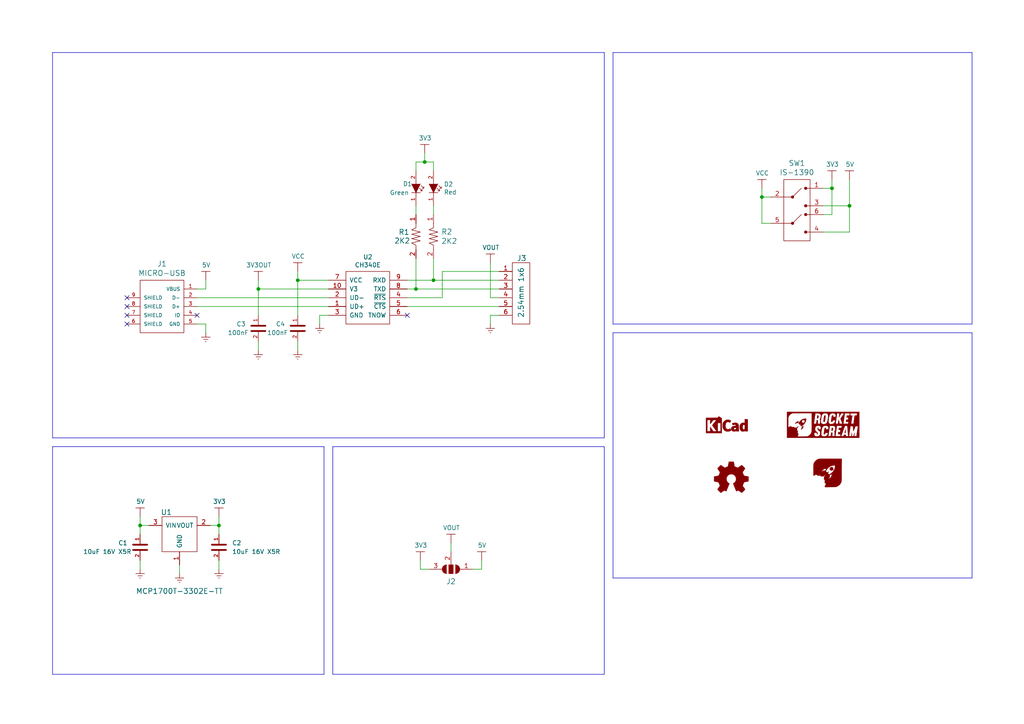
<source format=kicad_sch>
(kicad_sch (version 20230121) (generator eeschema)
  (paper "A4")
  (title_block (title "CH340E-MB") (date "2019-03-09") (rev "1.00") (company "Rocket Scream Electronics"))
  (lib_symbols
    (symbol "CH340E-MB-rescue:3V3-RocketScreamKiCadLib" (power) (pin_names (offset 0))
      (property "Value" "3V3-RocketScreamKiCadLib" (at 0 3.556 0))
      (symbol "3V3-RocketScreamKiCadLib_1_1"
        (pin power_in line (at 0 0 90) (length 0) hide (name "3V3") (number "1"))
      )
    )
    (symbol "CH340E-MB-rescue:3V3OUT-RocketScreamKiCadLib" (power) (pin_names (offset 0))
      (property "Value" "3V3OUT-RocketScreamKiCadLib" (at 0 3.556 0))
      (symbol "3V3OUT-RocketScreamKiCadLib_1_1"
        (pin power_in line (at 0 0 90) (length 0) hide (name "3V3OUT") (number "1"))
      )
    )
    (symbol "CH340E-MB-rescue:5V-RocketScreamKiCadLib" (power) (pin_names (offset 0))
      (property "Value" "5V-RocketScreamKiCadLib" (at 0 3.556 0))
      (symbol "5V-RocketScreamKiCadLib_1_1"
        (pin power_in line (at 0 0 90) (length 0) hide (name "5V") (number "1"))
      )
    )
    (symbol "CH340E-MB-rescue:CAPACITOR-CERAMIC-RocketScreamKiCadLib" (pin_names (offset 0.254))
      (property "Reference" "C" (at 0.635 2.54 0))
      (property "Value" "RocketScreamKiCadLib_CAPACITOR-CERAMIC" (at 0.635 -2.54 0))
      (symbol "CAPACITOR-CERAMIC-RocketScreamKiCadLib_1_1"
        (pin passive line (at 0 3.81 270) (length 2.794) (name "~") (number "1"))
        (pin passive line (at 0 -3.81 90) (length 2.794) (name "~") (number "2"))
      )
    )
    (symbol "CH340E-MB-rescue:CH340E-RocketScreamKiCadLib" (pin_names (offset 1.016))
      (property "Reference" "U" (at -5.08 8.89 0))
      (property "Value" "RocketScreamKiCadLib_CH340E" (at 0 -8.89 0))
      (symbol "CH340E-RocketScreamKiCadLib_1_1"
        (pin bidirectional line (at -11.43 -2.54 0) (length 5.08) (name "UD+") (number "1"))
        (pin power_out line (at -11.43 2.54 0) (length 5.08) (name "V3") (number "10"))
        (pin bidirectional line (at -11.43 0 0) (length 5.08) (name "UD-") (number "2"))
        (pin power_in line (at -11.43 -5.08 0) (length 5.08) (name "GND") (number "3"))
        (pin output line (at 11.43 0 180) (length 5.08) (name "~{RTS}") (number "4"))
        (pin input line (at 11.43 -2.54 180) (length 5.08) (name "~{CTS}") (number "5"))
        (pin output line (at 11.43 -5.08 180) (length 5.08) (name "TNOW") (number "6"))
        (pin power_in line (at -11.43 5.08 0) (length 5.08) (name "VCC") (number "7"))
        (pin output line (at 11.43 2.54 180) (length 5.08) (name "TXD") (number "8"))
        (pin input line (at 11.43 5.08 180) (length 5.08) (name "RXD") (number "9"))
      )
    )
    (symbol "CH340E-MB-rescue:CONN-HDR-1x6-RocketScreamKiCadLib" (pin_names (offset 1.016))
      (property "Reference" "J" (at 0 10.16 0))
      (property "Value" "RocketScreamKiCadLib_CONN-HDR-1x6" (at 0 -11.43 0))
      (symbol "CONN-HDR-1x6-RocketScreamKiCadLib_0_1"
        (pin input line (at 6.35 3.81 180) (length 3.81) (name "~") (number "2"))
      )
      (symbol "CONN-HDR-1x6-RocketScreamKiCadLib_1_1"
        (pin input line (at 6.35 6.35 180) (length 3.81) (name "~") (number "1"))
        (pin input line (at 6.35 1.27 180) (length 3.81) (name "~") (number "3"))
        (pin input line (at 6.35 -1.27 180) (length 3.81) (name "~") (number "4"))
        (pin input line (at 6.35 -3.81 180) (length 3.81) (name "~") (number "5"))
        (pin input line (at 6.35 -6.35 180) (length 3.81) (name "~") (number "6"))
      )
    )
    (symbol "CH340E-MB-rescue:GND-RocketScreamKiCadLib" (power) (pin_names (offset 0))
      (symbol "GND-RocketScreamKiCadLib_1_1"
        (pin power_in line (at 0 0 270) (length 0) hide (name "GND") (number "1"))
      )
    )
    (symbol "CH340E-MB-rescue:IS-1390-RocketScreamKiCadLib" (pin_names (offset 1.016))
      (property "Reference" "SW" (at 0 9.906 0))
      (property "Value" "RocketScreamKiCadLib_IS-1390" (at 0 -10.414 0))
      (symbol "IS-1390-RocketScreamKiCadLib_1_1"
        (pin input line (at 7.62 6.35 180) (length 3.81) (name "~") (number "1"))
        (pin input line (at -7.62 3.81 0) (length 3.81) (name "~") (number "2"))
        (pin input line (at 7.62 1.27 180) (length 3.81) (name "~") (number "3"))
        (pin input line (at 7.62 -6.35 180) (length 3.81) (name "~") (number "4"))
        (pin input line (at -7.62 -3.81 0) (length 3.81) (name "~") (number "5"))
        (pin input line (at 7.62 -1.27 180) (length 3.81) (name "~") (number "6"))
      )
    )
    (symbol "CH340E-MB-rescue:JUMPER-2-WAY-RocketScreamKiCadLib" (pin_names (offset 1.016))
      (property "Reference" "JP" (at 0 2.54 0))
      (property "Value" "RocketScreamKiCadLib_JUMPER-2-WAY" (at 0 -6.35 0))
      (symbol "JUMPER-2-WAY-RocketScreamKiCadLib_1_1"
        (pin passive line (at -6.35 0 0) (length 3.81) (name "~") (number "1"))
        (pin passive line (at 0 -5.08 90) (length 3.81) (name "~") (number "2"))
        (pin passive line (at 6.35 0 180) (length 3.81) (name "~") (number "3"))
      )
    )
    (symbol "CH340E-MB-rescue:LED-SINGLE-RocketScreamKiCadLib" (pin_names (offset 1.016) hide)
      (property "Reference" "D" (at 0 2.54 0))
      (property "Value" "RocketScreamKiCadLib_LED-SINGLE" (at 0 -3.556 0))
      (symbol "LED-SINGLE-RocketScreamKiCadLib_1_1"
        (pin passive line (at -5.08 0 0) (length 3.81) (name "K") (number "1"))
        (pin passive line (at 5.08 0 180) (length 3.81) (name "A") (number "2"))
      )
    )
    (symbol "CH340E-MB-rescue:LOGO-KICAD-RocketScreamKiCadLib" (pin_names (offset 1.016)))
    (symbol "CH340E-MB-rescue:LOGO-OSHW-RocketScreamKiCadLib" (pin_names (offset 1.016))
      (property "Reference" "LOGO" (at 0 6.35 0))
    )
    (symbol "CH340E-MB-rescue:LOGO-ROCKET-SCREAM-HORIZONTAL-RocketScreamKiCadLib" (pin_names (offset 1.016)))
    (symbol "CH340E-MB-rescue:LOGO-ROCKET-SCREAM-WITHOUT-TEXT-RocketScreamKiCadLib" (pin_names (offset 1.016)))
    (symbol "CH340E-MB-rescue:MCP1700T-XXX2E-TT-RocketScreamKiCadLib" (pin_names (offset 1.016))
      (property "Reference" "U" (at 0 3.81 0))
      (property "Value" "RocketScreamKiCadLib_MCP1700T-XXX2E-TT" (at 0 -13.97 0))
      (symbol "MCP1700T-XXX2E-TT-RocketScreamKiCadLib_1_1"
        (pin passive line (at 0 -11.43 90) (length 3.81) (name "GND") (number "1"))
        (pin passive line (at 8.89 0 180) (length 3.81) (name "VOUT") (number "2"))
        (pin passive line (at -8.89 0 0) (length 3.81) (name "VIN") (number "3"))
      )
    )
    (symbol "CH340E-MB-rescue:MICRO-USB-RocketScreamKiCadLib" (pin_names (offset 1.016))
      (property "Reference" "J" (at 0 8.89 0))
      (property "Value" "RocketScreamKiCadLib_MICRO-USB" (at 0 -8.89 0))
      (symbol "MICRO-USB-RocketScreamKiCadLib_1_1"
        (pin input line (at 10.16 5.08 180) (length 3.81) (name "VBUS") (number "1"))
        (pin input line (at 10.16 2.54 180) (length 3.81) (name "D-") (number "2"))
        (pin input line (at 10.16 0 180) (length 3.81) (name "D+") (number "3"))
        (pin input line (at 10.16 -2.54 180) (length 3.81) (name "ID") (number "4"))
        (pin input line (at 10.16 -5.08 180) (length 3.81) (name "GND") (number "5"))
        (pin input line (at -10.16 -5.08 0) (length 3.81) (name "SHIELD") (number "6"))
        (pin input line (at -10.16 -2.54 0) (length 3.81) (name "SHIELD") (number "7"))
        (pin input line (at -10.16 0 0) (length 3.81) (name "SHIELD") (number "8"))
        (pin input line (at -10.16 2.54 0) (length 3.81) (name "SHIELD") (number "9"))
      )
    )
    (symbol "CH340E-MB-rescue:RESISTOR-RocketScreamKiCadLib" (pin_names (offset 1.016))
      (property "Reference" "R" (at 0 2.54 0))
      (property "Value" "RocketScreamKiCadLib_RESISTOR" (at 0 -2.54 0))
      (symbol "RESISTOR-RocketScreamKiCadLib_1_1"
        (pin passive line (at -6.35 0 0) (length 2.54) (name "~") (number "1"))
        (pin passive line (at 6.35 0 180) (length 2.54) (name "~") (number "2"))
      )
    )
    (symbol "CH340E-MB-rescue:VCC-RocketScreamKiCadLib" (power) (pin_names (offset 0))
      (property "Value" "VCC-RocketScreamKiCadLib" (at 0 3.556 0))
      (symbol "VCC-RocketScreamKiCadLib_1_1"
        (pin power_in line (at 0 0 90) (length 0) hide (name "VCC") (number "1"))
      )
    )
    (symbol "CH340E-MB-rescue:VOUT-RocketScreamKiCadLib" (power) (pin_names (offset 0))
      (property "Value" "VOUT-RocketScreamKiCadLib" (at 0 3.81 0))
      (symbol "VOUT-RocketScreamKiCadLib_1_1"
        (pin power_in line (at 0 0 90) (length 0) hide (name "VOUT") (number "1"))
      )
    )
  )
  (junction (at 120.65 83.82))
  (junction (at 40.64 152.4))
  (junction (at 74.93 83.82))
  (junction (at 123.19 46.99))
  (junction (at 220.98 57.15))
  (junction (at 246.38 59.69))
  (junction (at 125.73 81.28))
  (junction (at 63.5 152.4))
  (junction (at 241.3 54.61))
  (junction (at 86.36 81.28))
  (no_connect (at 118.11 91.44))
  (no_connect (at 57.15 91.44))
  (no_connect (at 36.83 93.98))
  (no_connect (at 36.83 91.44))
  (no_connect (at 36.83 86.36))
  (no_connect (at 36.83 88.9))
  (wire (pts (xy 123.19 44.45) (xy 123.19 46.99)))
  (wire (pts (xy 86.36 91.44) (xy 86.36 81.28)))
  (wire (pts (xy 246.38 67.31) (xy 246.38 59.69)))
  (wire (pts (xy 120.65 83.82) (xy 118.11 83.82)))
  (wire (pts (xy 74.93 99.06) (xy 74.93 101.6)))
  (polyline (pts (xy 175.26 129.54) (xy 96.52 129.54)))
  (wire (pts (xy 74.93 83.82) (xy 74.93 91.44)))
  (wire (pts (xy 121.92 165.1) (xy 124.46 165.1)))
  (wire (pts (xy 142.24 86.36) (xy 142.24 76.2)))
  (wire (pts (xy 120.65 59.69) (xy 120.65 62.23)))
  (polyline (pts (xy 15.24 129.54) (xy 93.98 129.54)))
  (wire (pts (xy 86.36 81.28) (xy 95.25 81.28)))
  (wire (pts (xy 118.11 81.28) (xy 125.73 81.28)))
  (polyline (pts (xy 281.94 167.64) (xy 177.8 167.64)))
  (polyline (pts (xy 15.24 15.24) (xy 15.24 127)))
  (wire (pts (xy 74.93 81.28) (xy 74.93 83.82)))
  (polyline (pts (xy 175.26 127) (xy 175.26 15.24)))
  (wire (pts (xy 238.76 59.69) (xy 246.38 59.69)))
  (wire (pts (xy 74.93 83.82) (xy 95.25 83.82)))
  (wire (pts (xy 125.73 81.28) (xy 144.78 81.28)))
  (wire (pts (xy 121.92 162.56) (xy 121.92 165.1)))
  (wire (pts (xy 52.07 163.83) (xy 52.07 166.37)))
  (wire (pts (xy 57.15 86.36) (xy 95.25 86.36)))
  (polyline (pts (xy 96.52 195.58) (xy 175.26 195.58)))
  (wire (pts (xy 120.65 49.53) (xy 120.65 46.99)))
  (polyline (pts (xy 281.94 15.24) (xy 177.8 15.24)))
  (polyline (pts (xy 175.26 15.24) (xy 15.24 15.24)))
  (wire (pts (xy 128.27 78.74) (xy 144.78 78.74)))
  (wire (pts (xy 59.69 83.82) (xy 59.69 81.28)))
  (wire (pts (xy 120.65 46.99) (xy 123.19 46.99)))
  (wire (pts (xy 63.5 162.56) (xy 63.5 165.1)))
  (wire (pts (xy 238.76 67.31) (xy 246.38 67.31)))
  (wire (pts (xy 238.76 62.23) (xy 241.3 62.23)))
  (polyline (pts (xy 93.98 129.54) (xy 93.98 195.58)))
  (wire (pts (xy 63.5 152.4) (xy 63.5 154.94)))
  (wire (pts (xy 118.11 86.36) (xy 128.27 86.36)))
  (wire (pts (xy 220.98 64.77) (xy 223.52 64.77)))
  (wire (pts (xy 144.78 91.44) (xy 142.24 91.44)))
  (wire (pts (xy 95.25 91.44) (xy 92.71 91.44)))
  (wire (pts (xy 238.76 54.61) (xy 241.3 54.61)))
  (wire (pts (xy 241.3 62.23) (xy 241.3 54.61)))
  (polyline (pts (xy 177.8 96.52) (xy 281.94 96.52)))
  (wire (pts (xy 120.65 83.82) (xy 144.78 83.82)))
  (wire (pts (xy 60.96 152.4) (xy 63.5 152.4)))
  (wire (pts (xy 86.36 99.06) (xy 86.36 101.6)))
  (wire (pts (xy 241.3 54.61) (xy 241.3 52.07)))
  (polyline (pts (xy 177.8 167.64) (xy 177.8 96.52)))
  (wire (pts (xy 92.71 91.44) (xy 92.71 93.98)))
  (polyline (pts (xy 281.94 96.52) (xy 281.94 167.64)))
  (polyline (pts (xy 93.98 195.58) (xy 15.24 195.58)))
  (polyline (pts (xy 281.94 93.98) (xy 281.94 15.24)))
  (wire (pts (xy 137.16 165.1) (xy 139.7 165.1)))
  (wire (pts (xy 57.15 93.98) (xy 59.69 93.98)))
  (wire (pts (xy 128.27 86.36) (xy 128.27 78.74)))
  (wire (pts (xy 40.64 152.4) (xy 40.64 154.94)))
  (wire (pts (xy 125.73 59.69) (xy 125.73 62.23)))
  (wire (pts (xy 40.64 162.56) (xy 40.64 165.1)))
  (wire (pts (xy 139.7 165.1) (xy 139.7 162.56)))
  (wire (pts (xy 223.52 57.15) (xy 220.98 57.15)))
  (wire (pts (xy 120.65 74.93) (xy 120.65 83.82)))
  (wire (pts (xy 220.98 57.15) (xy 220.98 64.77)))
  (wire (pts (xy 144.78 86.36) (xy 142.24 86.36)))
  (wire (pts (xy 220.98 54.61) (xy 220.98 57.15)))
  (wire (pts (xy 59.69 93.98) (xy 59.69 96.52)))
  (polyline (pts (xy 96.52 129.54) (xy 96.52 195.58)))
  (wire (pts (xy 118.11 88.9) (xy 144.78 88.9)))
  (wire (pts (xy 142.24 91.44) (xy 142.24 93.98)))
  (polyline (pts (xy 15.24 195.58) (xy 15.24 129.54)))
  (wire (pts (xy 246.38 59.69) (xy 246.38 52.07)))
  (polyline (pts (xy 177.8 15.24) (xy 177.8 93.98)))
  (wire (pts (xy 123.19 46.99) (xy 125.73 46.99)))
  (polyline (pts (xy 177.8 93.98) (xy 281.94 93.98)))
  (polyline (pts (xy 175.26 195.58) (xy 175.26 129.54)))
  (wire (pts (xy 125.73 46.99) (xy 125.73 49.53)))
  (wire (pts (xy 86.36 78.74) (xy 86.36 81.28)))
  (wire (pts (xy 130.81 157.48) (xy 130.81 160.02)))
  (wire (pts (xy 125.73 74.93) (xy 125.73 81.28)))
  (wire (pts (xy 57.15 83.82) (xy 59.69 83.82)))
  (polyline (pts (xy 15.24 127) (xy 175.26 127)))
  (wire (pts (xy 57.15 88.9) (xy 95.25 88.9)))
  (wire (pts (xy 63.5 152.4) (xy 63.5 149.86)))
  (wire (pts (xy 40.64 149.86) (xy 40.64 152.4)))
  (wire (pts (xy 43.18 152.4) (xy 40.64 152.4)))
  (symbol (lib_id "CH340E-MB-rescue:3V3OUT-RocketScreamKiCadLib") (at 74.93 81.28 0) (unit 1)
    (property "Reference" "#PWR08" (effects hide))
    (property "Value" "3V3OUT" (at 75.057 76.8858 0))
  )
  (symbol (lib_id "CH340E-MB-rescue:3V3-RocketScreamKiCadLib") (at 63.5 149.86 0) (unit 1)
    (property "Reference" "#PWR06" (effects hide))
    (property "Value" "3V3" (at 63.627 145.4658 0))
  )
  (symbol (lib_id "CH340E-MB-rescue:5V-RocketScreamKiCadLib") (at 59.69 81.28 0) (unit 1)
    (property "Reference" "#PWR04" (effects hide))
    (property "Value" "5V" (at 59.817 76.8858 0))
  )
  (symbol (lib_id "CH340E-MB-rescue:GND-RocketScreamKiCadLib") (at 59.69 96.52 0) (unit 1)
    (property "Reference" "#PWR05" (effects hide))
    (property "Value" "GND" (effects hide))
  )
  (symbol (lib_id "CH340E-MB-rescue:CH340E-RocketScreamKiCadLib") (at 106.68 86.36 0) (unit 1)
    (property "Reference" "U2" (at 106.68 74.549 0))
    (property "Value" "CH340E" (at 106.68 76.8604 0))
    (property "Footprint" "RocketScreamKiCadLib:MSOP-10" (effects hide))
    (property "Datasheet" "http://www.wch.cn/download/CH340DS1_PDF.html" (effects hide))
  )
  (symbol (lib_id "CH340E-MB-rescue:MCP1700T-XXX2E-TT-RocketScreamKiCadLib") (at 52.07 152.4 0) (unit 1)
    (property "Reference" "U1" (at 48.26 148.59 0) (effects (font (size 1.524 1.524))))
    (property "Value" "MCP1700T-3302E-TT" (at 52.07 171.45 0) (effects (font (size 1.524 1.524))))
    (property "Footprint" "RocketScreamKiCadLib:SOT-23" (effects hide))
  )
  (symbol (lib_id "CH340E-MB-rescue:MICRO-USB-RocketScreamKiCadLib") (at 46.99 88.9 0) (unit 1)
    (property "Reference" "J1" (at 46.99 76.5302 0) (effects (font (size 1.524 1.524))))
    (property "Value" "MICRO-USB" (at 46.99 79.2226 0) (effects (font (size 1.524 1.524))))
    (property "Footprint" "RocketScreamKiCadLib:MICRO-USB" (effects hide))
  )
  (symbol (lib_id "CH340E-MB-rescue:GND-RocketScreamKiCadLib") (at 92.71 93.98 0) (unit 1)
    (property "Reference" "#PWR012" (effects hide))
    (property "Value" "GND" (effects hide))
  )
  (symbol (lib_id "CH340E-MB-rescue:CAPACITOR-CERAMIC-RocketScreamKiCadLib") (at 40.64 158.75 0) (unit 1)
    (property "Reference" "C1" (at 34.29 157.48 0) (effects (justify left)))
    (property "Value" "10uF 16V X5R" (at 24.13 160.02 0) (effects (justify left)))
    (property "Footprint" "RocketScreamKiCadLib:C_0603" (effects hide))
  )
  (symbol (lib_id "CH340E-MB-rescue:CAPACITOR-CERAMIC-RocketScreamKiCadLib") (at 86.36 95.25 0) (unit 1)
    (property "Reference" "C4" (at 80.01 93.98 0) (effects (justify left)))
    (property "Value" "100nF" (at 77.47 96.52 0) (effects (justify left)))
    (property "Footprint" "RocketScreamKiCadLib:C_0603" (effects hide))
  )
  (symbol (lib_id "CH340E-MB-rescue:CAPACITOR-CERAMIC-RocketScreamKiCadLib") (at 74.93 95.25 0) (unit 1)
    (property "Reference" "C3" (at 68.58 93.98 0) (effects (justify left)))
    (property "Value" "100nF" (at 66.04 96.52 0) (effects (justify left)))
    (property "Footprint" "RocketScreamKiCadLib:C_0603" (effects hide))
  )
  (symbol (lib_id "CH340E-MB-rescue:GND-RocketScreamKiCadLib") (at 86.36 101.6 0) (unit 1)
    (property "Reference" "#PWR011" (effects hide))
    (property "Value" "GND" (effects hide))
  )
  (symbol (lib_id "CH340E-MB-rescue:GND-RocketScreamKiCadLib") (at 74.93 101.6 0) (unit 1)
    (property "Reference" "#PWR09" (effects hide))
    (property "Value" "GND" (effects hide))
  )
  (symbol (lib_id "CH340E-MB-rescue:VCC-RocketScreamKiCadLib") (at 86.36 78.74 0) (unit 1)
    (property "Reference" "#PWR010" (effects hide))
    (property "Value" "VCC" (at 86.487 74.3458 0))
  )
  (symbol (lib_id "CH340E-MB-rescue:GND-RocketScreamKiCadLib") (at 40.64 165.1 0) (unit 1)
    (property "Reference" "#PWR02" (effects hide))
    (property "Value" "GND" (effects hide))
  )
  (symbol (lib_id "CH340E-MB-rescue:GND-RocketScreamKiCadLib") (at 52.07 166.37 0) (unit 1)
    (property "Reference" "#PWR03" (effects hide))
    (property "Value" "GND" (effects hide))
  )
  (symbol (lib_id "CH340E-MB-rescue:5V-RocketScreamKiCadLib") (at 40.64 149.86 0) (unit 1)
    (property "Reference" "#PWR01" (effects hide))
    (property "Value" "5V" (at 40.767 145.4658 0))
  )
  (symbol (lib_id "CH340E-MB-rescue:CAPACITOR-CERAMIC-RocketScreamKiCadLib") (at 63.5 158.75 0) (unit 1)
    (property "Reference" "C2" (at 67.31 157.48 0) (effects (justify left)))
    (property "Value" "10uF 16V X5R" (at 67.31 160.02 0) (effects (justify left)))
    (property "Footprint" "RocketScreamKiCadLib:C_0603" (effects hide))
  )
  (symbol (lib_id "CH340E-MB-rescue:GND-RocketScreamKiCadLib") (at 63.5 165.1 0) (unit 1)
    (property "Reference" "#PWR07" (effects hide))
    (property "Value" "GND" (effects hide))
  )
  (symbol (lib_id "CH340E-MB-rescue:CONN-HDR-1x6-RocketScreamKiCadLib") (at 151.13 85.09 0) (mirror y) (unit 1)
    (property "Reference" "J3" (at 149.86 74.93 0) (effects (font (size 1.524 1.524)) (justify right)))
    (property "Value" "2.54mm 1x6" (at 151.13 77.47 90) (effects (font (size 1.524 1.524)) (justify right)))
    (property "Footprint" "RocketScreamKiCadLib:RCP_1x6_Pitch2.54mm_RightAngle" (effects hide))
  )
  (symbol (lib_id "CH340E-MB-rescue:GND-RocketScreamKiCadLib") (at 142.24 93.98 0) (unit 1)
    (property "Reference" "#PWR020" (effects hide))
    (property "Value" "GND" (effects hide))
  )
  (symbol (lib_id "CH340E-MB-rescue:IS-1390-RocketScreamKiCadLib") (at 231.14 60.96 0) (unit 1)
    (property "Reference" "SW1" (at 231.14 47.3202 0) (effects (font (size 1.524 1.524))))
    (property "Value" "IS-1390" (at 231.14 50.0126 0) (effects (font (size 1.524 1.524))))
    (property "Footprint" "RocketScreamKiCadLib:IS-1390" (effects hide))
  )
  (symbol (lib_id "CH340E-MB-rescue:3V3-RocketScreamKiCadLib") (at 241.3 52.07 0) (unit 1)
    (property "Reference" "#PWR014" (effects hide))
    (property "Value" "3V3" (at 241.427 47.6758 0))
  )
  (symbol (lib_id "CH340E-MB-rescue:VCC-RocketScreamKiCadLib") (at 220.98 54.61 0) (unit 1)
    (property "Reference" "#PWR013" (effects hide))
    (property "Value" "VCC" (at 221.107 50.2158 0))
  )
  (symbol (lib_id "CH340E-MB-rescue:5V-RocketScreamKiCadLib") (at 246.38 52.07 0) (unit 1)
    (property "Reference" "#PWR015" (effects hide))
    (property "Value" "5V" (at 246.507 47.6758 0))
  )
  (symbol (lib_id "CH340E-MB-rescue:LED-SINGLE-RocketScreamKiCadLib") (at 125.73 54.61 90) (unit 1)
    (property "Reference" "D2" (at 128.7272 53.4416 90) (effects (justify right)))
    (property "Value" "Red" (at 128.7272 55.753 90) (effects (justify right)))
    (property "Footprint" "RocketScreamKiCadLib:LED_0603" (effects hide))
  )
  (symbol (lib_id "CH340E-MB-rescue:LED-SINGLE-RocketScreamKiCadLib") (at 120.65 54.61 90) (unit 1)
    (property "Reference" "D1" (at 116.84 53.34 90) (effects (justify right)))
    (property "Value" "Green" (at 113.03 55.88 90) (effects (justify right)))
    (property "Footprint" "RocketScreamKiCadLib:LED_0603" (effects hide))
  )
  (symbol (lib_id "CH340E-MB-rescue:RESISTOR-RocketScreamKiCadLib") (at 120.65 68.58 270) (unit 1)
    (property "Reference" "R1" (at 115.57 67.31 90) (effects (font (size 1.524 1.524)) (justify left)))
    (property "Value" "2K2" (at 114.3 69.85 90) (effects (font (size 1.524 1.524)) (justify left)))
    (property "Footprint" "RocketScreamKiCadLib:R_0603" (effects hide))
  )
  (symbol (lib_id "CH340E-MB-rescue:RESISTOR-RocketScreamKiCadLib") (at 125.73 68.58 270) (unit 1)
    (property "Reference" "R2" (at 127.9652 67.2338 90) (effects (font (size 1.524 1.524)) (justify left)))
    (property "Value" "2K2" (at 127.9652 69.9262 90) (effects (font (size 1.524 1.524)) (justify left)))
    (property "Footprint" "RocketScreamKiCadLib:R_0603" (effects hide))
  )
  (symbol (lib_id "CH340E-MB-rescue:3V3-RocketScreamKiCadLib") (at 123.19 44.45 0) (unit 1)
    (property "Reference" "#PWR016" (effects hide))
    (property "Value" "3V3" (at 123.317 40.0558 0))
  )
  (symbol (lib_id "CH340E-MB-rescue:JUMPER-2-WAY-RocketScreamKiCadLib") (at 130.81 165.1 180) (unit 1)
    (property "Reference" "J2" (at 130.81 168.656 0) (effects (font (size 1.524 1.524))))
    (property "Value" "JUMPER-2-WAY" (effects hide))
    (property "Footprint" "RocketScreamKiCadLib:JUMPER-2-WAY-SMD" (effects hide))
  )
  (symbol (lib_id "CH340E-MB-rescue:5V-RocketScreamKiCadLib") (at 139.7 162.56 0) (unit 1)
    (property "Reference" "#PWR021" (effects hide))
    (property "Value" "5V" (at 139.827 158.1658 0))
  )
  (symbol (lib_id "CH340E-MB-rescue:3V3-RocketScreamKiCadLib") (at 121.92 162.56 0) (unit 1)
    (property "Reference" "#PWR017" (effects hide))
    (property "Value" "3V3" (at 122.047 158.1658 0))
  )
  (symbol (lib_id "CH340E-MB-rescue:VOUT-RocketScreamKiCadLib") (at 130.81 157.48 0) (unit 1)
    (property "Reference" "#PWR018" (effects hide))
    (property "Value" "VOUT" (at 130.937 153.0858 0))
  )
  (symbol (lib_id "CH340E-MB-rescue:VOUT-RocketScreamKiCadLib") (at 142.24 76.2 0) (unit 1)
    (property "Reference" "#PWR019" (effects hide))
    (property "Value" "VOUT" (at 142.367 71.8058 0))
  )
  (symbol (lib_id "CH340E-MB-rescue:LOGO-ROCKET-SCREAM-WITHOUT-TEXT-RocketScreamKiCadLib") (at 240.03 137.16 0) (unit 1)
    (property "Reference" "LOGO3" (effects hide))
    (property "Value" "LOGO-ROCKET-SCREAM-WITHOUT-TEXT" (effects hide))
    (property "Footprint" "RocketScreamKiCadLib:LOGO-ROCKET-SCREAM_Without_Text_XXXXSmall" (effects hide))
  )
  (symbol (lib_id "CH340E-MB-rescue:LOGO-OSHW-RocketScreamKiCadLib") (at 212.09 138.43 0) (unit 1)
    (property "Reference" "LOGO1" (effects hide))
    (property "Value" "LOGO-OSHW" (effects hide))
    (property "Footprint" "RocketScreamKiCadLib:LOGO-OSHW_XSmall" (effects hide))
  )
  (symbol (lib_id "CH340E-MB-rescue:LOGO-ROCKET-SCREAM-HORIZONTAL-RocketScreamKiCadLib") (at 238.76 123.19 0) (unit 1)
    (property "Reference" "LOGO2" (effects hide))
    (property "Value" "LOGO-ROCKET-SCREAM-HORIZONTAL" (effects hide))
    (property "Footprint" "RocketScreamKiCadLib:LOGO-ROCKET-SCREAM_Horizontal_XXSmall" (effects hide))
  )
  (symbol (lib_id "CH340E-MB-rescue:LOGO-KICAD-RocketScreamKiCadLib") (at 210.82 123.19 0) (unit 1)
    (property "Reference" "LOGO4" (effects hide))
    (property "Value" "LOGO-KICAD" (effects hide))
    (property "Footprint" "RocketScreamKiCadLib:LOGO-KICAD_XXXSmall" (effects hide))
  )
)
</source>
